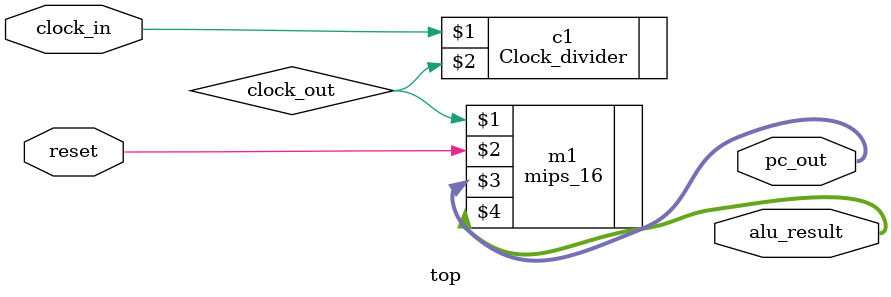
<source format=v>
`timescale 1ns / 1ps


module top(
input clock_in,reset,  
output[15:0] pc_out, alu_result
    );
  wire clock_out;  
  mips_16 m1( clock_out ,reset, pc_out, alu_result);  
  Clock_divider c1 (clock_in,clock_out);  
    
    
endmodule

</source>
